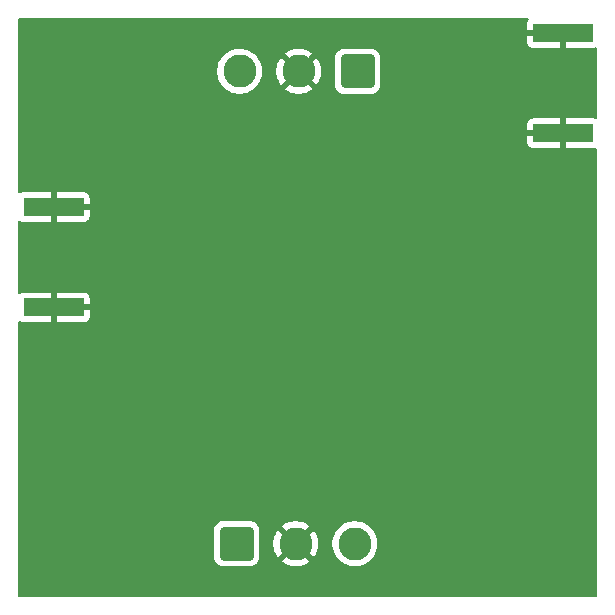
<source format=gbr>
%TF.GenerationSoftware,KiCad,Pcbnew,9.0.6*%
%TF.CreationDate,2025-12-13T21:20:45-05:00*%
%TF.ProjectId,OpAMP,4f70414d-502e-46b6-9963-61645f706362,rev?*%
%TF.SameCoordinates,Original*%
%TF.FileFunction,Copper,L2,Bot*%
%TF.FilePolarity,Positive*%
%FSLAX46Y46*%
G04 Gerber Fmt 4.6, Leading zero omitted, Abs format (unit mm)*
G04 Created by KiCad (PCBNEW 9.0.6) date 2025-12-13 21:20:45*
%MOMM*%
%LPD*%
G01*
G04 APERTURE LIST*
G04 Aperture macros list*
%AMRoundRect*
0 Rectangle with rounded corners*
0 $1 Rounding radius*
0 $2 $3 $4 $5 $6 $7 $8 $9 X,Y pos of 4 corners*
0 Add a 4 corners polygon primitive as box body*
4,1,4,$2,$3,$4,$5,$6,$7,$8,$9,$2,$3,0*
0 Add four circle primitives for the rounded corners*
1,1,$1+$1,$2,$3*
1,1,$1+$1,$4,$5*
1,1,$1+$1,$6,$7*
1,1,$1+$1,$8,$9*
0 Add four rect primitives between the rounded corners*
20,1,$1+$1,$2,$3,$4,$5,0*
20,1,$1+$1,$4,$5,$6,$7,0*
20,1,$1+$1,$6,$7,$8,$9,0*
20,1,$1+$1,$8,$9,$2,$3,0*%
G04 Aperture macros list end*
%TA.AperFunction,SMDPad,CuDef*%
%ADD10R,5.080000X1.500000*%
%TD*%
%TA.AperFunction,ComponentPad*%
%ADD11RoundRect,0.250001X1.149999X1.149999X-1.149999X1.149999X-1.149999X-1.149999X1.149999X-1.149999X0*%
%TD*%
%TA.AperFunction,ComponentPad*%
%ADD12C,2.800000*%
%TD*%
%TA.AperFunction,ComponentPad*%
%ADD13RoundRect,0.250001X-1.149999X-1.149999X1.149999X-1.149999X1.149999X1.149999X-1.149999X1.149999X0*%
%TD*%
%TA.AperFunction,ViaPad*%
%ADD14C,0.600000*%
%TD*%
G04 APERTURE END LIST*
D10*
%TO.P,J2,2,Ext*%
%TO.N,GND*%
X162137500Y-72750000D03*
X162137500Y-64250000D03*
%TD*%
D11*
%TO.P,J4,1,Pin_1*%
%TO.N,Net-(J4-Pin_1)*%
X144750000Y-67500000D03*
D12*
%TO.P,J4,2,Pin_2*%
%TO.N,GND*%
X139750000Y-67500000D03*
%TO.P,J4,3*%
%TO.N,N/C*%
X134750000Y-67500000D03*
%TD*%
D13*
%TO.P,J3,1,Pin_1*%
%TO.N,Net-(J3-Pin_1)*%
X134500000Y-107500000D03*
D12*
%TO.P,J3,2,Pin_2*%
%TO.N,GND*%
X139500000Y-107500000D03*
%TO.P,J3,3*%
%TO.N,N/C*%
X144500000Y-107500000D03*
%TD*%
D10*
%TO.P,J1,2,Ext*%
%TO.N,GND*%
X119000000Y-87500000D03*
X119000000Y-79000000D03*
%TD*%
D14*
%TO.N,GND*%
X157000000Y-67000000D03*
X156500000Y-66000000D03*
X163500000Y-76500000D03*
X161000000Y-75000000D03*
X119500000Y-76500000D03*
X118000000Y-77000000D03*
X120500000Y-89500000D03*
X117500000Y-90000000D03*
X142000000Y-72500000D03*
X138000000Y-72500000D03*
X142500000Y-100000000D03*
X145000000Y-101500000D03*
X119000000Y-90000000D03*
X121000000Y-77000000D03*
X136500000Y-73500000D03*
X144000000Y-100500000D03*
X163000000Y-78000000D03*
X155500000Y-64500000D03*
X161500000Y-80500000D03*
X131000000Y-80500000D03*
X147500000Y-76000000D03*
X130500000Y-100000000D03*
X132500000Y-90000000D03*
X135500000Y-80500000D03*
%TD*%
%TA.AperFunction,Conductor*%
%TO.N,GND*%
G36*
X159166162Y-63020185D02*
G01*
X159211917Y-63072989D01*
X159221861Y-63142147D01*
X159198389Y-63198812D01*
X159154147Y-63257910D01*
X159154145Y-63257913D01*
X159103903Y-63392620D01*
X159103901Y-63392627D01*
X159097500Y-63452155D01*
X159097500Y-64000000D01*
X162013500Y-64000000D01*
X162080539Y-64019685D01*
X162126294Y-64072489D01*
X162137500Y-64124000D01*
X162137500Y-64250000D01*
X162263500Y-64250000D01*
X162330539Y-64269685D01*
X162376294Y-64322489D01*
X162387500Y-64374000D01*
X162387500Y-65500000D01*
X164725328Y-65500000D01*
X164725344Y-65499999D01*
X164784872Y-65493598D01*
X164784880Y-65493596D01*
X164832165Y-65475960D01*
X164901857Y-65470975D01*
X164963180Y-65504459D01*
X164996666Y-65565782D01*
X164999500Y-65592141D01*
X164999500Y-71407858D01*
X164979815Y-71474897D01*
X164927011Y-71520652D01*
X164857853Y-71530596D01*
X164832167Y-71524040D01*
X164784880Y-71506403D01*
X164784872Y-71506401D01*
X164725344Y-71500000D01*
X162387500Y-71500000D01*
X162387500Y-74000000D01*
X164725328Y-74000000D01*
X164725344Y-73999999D01*
X164784872Y-73993598D01*
X164784880Y-73993596D01*
X164832165Y-73975960D01*
X164901857Y-73970975D01*
X164963180Y-74004459D01*
X164996666Y-74065782D01*
X164999500Y-74092141D01*
X164999500Y-111875500D01*
X164979815Y-111942539D01*
X164927011Y-111988294D01*
X164875500Y-111999500D01*
X116124500Y-111999500D01*
X116057461Y-111979815D01*
X116011706Y-111927011D01*
X116000500Y-111875500D01*
X116000500Y-106299984D01*
X132599500Y-106299984D01*
X132599500Y-108700015D01*
X132610000Y-108802795D01*
X132610001Y-108802796D01*
X132665186Y-108969335D01*
X132665187Y-108969337D01*
X132757286Y-109118651D01*
X132757289Y-109118655D01*
X132881344Y-109242710D01*
X132881348Y-109242713D01*
X133030662Y-109334812D01*
X133030664Y-109334813D01*
X133030666Y-109334814D01*
X133197203Y-109389999D01*
X133299992Y-109400500D01*
X133299997Y-109400500D01*
X135700003Y-109400500D01*
X135700008Y-109400500D01*
X135802797Y-109389999D01*
X135969334Y-109334814D01*
X136118655Y-109242711D01*
X136242711Y-109118655D01*
X136334814Y-108969334D01*
X136389999Y-108802797D01*
X136400500Y-108700008D01*
X136400500Y-107375466D01*
X137600000Y-107375466D01*
X137600000Y-107624533D01*
X137632508Y-107871463D01*
X137696973Y-108112049D01*
X137792283Y-108342148D01*
X137792288Y-108342159D01*
X137916813Y-108557841D01*
X137916819Y-108557849D01*
X137991400Y-108655045D01*
X138898958Y-107747487D01*
X138923978Y-107807890D01*
X138995112Y-107914351D01*
X139085649Y-108004888D01*
X139192110Y-108076022D01*
X139252511Y-108101041D01*
X138344953Y-109008598D01*
X138442150Y-109083180D01*
X138442158Y-109083186D01*
X138657840Y-109207711D01*
X138657851Y-109207716D01*
X138887950Y-109303026D01*
X139128536Y-109367491D01*
X139375466Y-109400000D01*
X139624534Y-109400000D01*
X139871463Y-109367491D01*
X140112049Y-109303026D01*
X140342148Y-109207716D01*
X140342159Y-109207711D01*
X140557855Y-109083178D01*
X140655045Y-109008600D01*
X140655045Y-109008597D01*
X139747488Y-108101041D01*
X139807890Y-108076022D01*
X139914351Y-108004888D01*
X140004888Y-107914351D01*
X140076022Y-107807890D01*
X140101041Y-107747489D01*
X141008597Y-108655045D01*
X141008600Y-108655045D01*
X141083178Y-108557855D01*
X141207711Y-108342159D01*
X141207716Y-108342148D01*
X141303026Y-108112049D01*
X141367491Y-107871463D01*
X141400000Y-107624533D01*
X141400000Y-107375466D01*
X141399997Y-107375441D01*
X142599500Y-107375441D01*
X142599500Y-107624558D01*
X142599501Y-107624575D01*
X142632017Y-107871561D01*
X142696498Y-108112207D01*
X142791830Y-108342361D01*
X142791837Y-108342376D01*
X142916400Y-108558126D01*
X143068060Y-108755774D01*
X143068066Y-108755781D01*
X143244218Y-108931933D01*
X143244225Y-108931939D01*
X143441873Y-109083599D01*
X143657623Y-109208162D01*
X143657638Y-109208169D01*
X143756825Y-109249253D01*
X143887793Y-109303502D01*
X144128435Y-109367982D01*
X144375435Y-109400500D01*
X144375442Y-109400500D01*
X144624558Y-109400500D01*
X144624565Y-109400500D01*
X144871565Y-109367982D01*
X145112207Y-109303502D01*
X145342373Y-109208164D01*
X145558127Y-109083599D01*
X145755776Y-108931938D01*
X145931938Y-108755776D01*
X146083599Y-108558127D01*
X146208164Y-108342373D01*
X146303502Y-108112207D01*
X146367982Y-107871565D01*
X146400500Y-107624565D01*
X146400500Y-107375435D01*
X146367982Y-107128435D01*
X146303502Y-106887793D01*
X146208257Y-106657851D01*
X146208169Y-106657638D01*
X146208162Y-106657623D01*
X146083599Y-106441873D01*
X145931939Y-106244225D01*
X145931933Y-106244218D01*
X145755781Y-106068066D01*
X145755774Y-106068060D01*
X145558126Y-105916400D01*
X145342376Y-105791837D01*
X145342361Y-105791830D01*
X145112207Y-105696498D01*
X144995349Y-105665186D01*
X144871565Y-105632018D01*
X144871564Y-105632017D01*
X144871561Y-105632017D01*
X144624575Y-105599501D01*
X144624570Y-105599500D01*
X144624565Y-105599500D01*
X144375435Y-105599500D01*
X144375429Y-105599500D01*
X144375424Y-105599501D01*
X144128438Y-105632017D01*
X143887792Y-105696498D01*
X143657638Y-105791830D01*
X143657623Y-105791837D01*
X143441873Y-105916400D01*
X143244225Y-106068060D01*
X143244218Y-106068066D01*
X143068066Y-106244218D01*
X143068060Y-106244225D01*
X142916400Y-106441873D01*
X142791837Y-106657623D01*
X142791830Y-106657638D01*
X142696498Y-106887792D01*
X142632017Y-107128438D01*
X142599501Y-107375424D01*
X142599500Y-107375441D01*
X141399997Y-107375441D01*
X141367491Y-107128536D01*
X141303026Y-106887950D01*
X141207716Y-106657851D01*
X141207711Y-106657840D01*
X141083186Y-106442158D01*
X141083180Y-106442150D01*
X141008598Y-106344953D01*
X140101041Y-107252510D01*
X140076022Y-107192110D01*
X140004888Y-107085649D01*
X139914351Y-106995112D01*
X139807890Y-106923978D01*
X139747487Y-106898957D01*
X140655045Y-105991400D01*
X140557849Y-105916819D01*
X140557841Y-105916813D01*
X140342159Y-105792288D01*
X140342148Y-105792283D01*
X140112049Y-105696973D01*
X139871463Y-105632508D01*
X139624534Y-105600000D01*
X139375466Y-105600000D01*
X139128536Y-105632508D01*
X138887950Y-105696973D01*
X138657851Y-105792283D01*
X138657847Y-105792285D01*
X138442143Y-105916823D01*
X138344953Y-105991399D01*
X138344953Y-105991400D01*
X139252511Y-106898958D01*
X139192110Y-106923978D01*
X139085649Y-106995112D01*
X138995112Y-107085649D01*
X138923978Y-107192110D01*
X138898958Y-107252511D01*
X137991400Y-106344953D01*
X137991399Y-106344953D01*
X137916823Y-106442143D01*
X137792285Y-106657847D01*
X137792283Y-106657851D01*
X137696973Y-106887950D01*
X137632508Y-107128536D01*
X137600000Y-107375466D01*
X136400500Y-107375466D01*
X136400500Y-106299992D01*
X136389999Y-106197203D01*
X136334814Y-106030666D01*
X136310594Y-105991400D01*
X136242713Y-105881348D01*
X136242710Y-105881344D01*
X136118655Y-105757289D01*
X136118651Y-105757286D01*
X135969337Y-105665187D01*
X135969335Y-105665186D01*
X135886065Y-105637593D01*
X135802797Y-105610001D01*
X135802795Y-105610000D01*
X135700015Y-105599500D01*
X135700008Y-105599500D01*
X133299992Y-105599500D01*
X133299984Y-105599500D01*
X133197204Y-105610000D01*
X133197203Y-105610001D01*
X133030664Y-105665186D01*
X133030662Y-105665187D01*
X132881348Y-105757286D01*
X132881344Y-105757289D01*
X132757289Y-105881344D01*
X132757286Y-105881348D01*
X132665187Y-106030662D01*
X132665186Y-106030664D01*
X132610001Y-106197203D01*
X132610000Y-106197204D01*
X132599500Y-106299984D01*
X116000500Y-106299984D01*
X116000500Y-88778321D01*
X116020185Y-88711282D01*
X116072989Y-88665527D01*
X116142147Y-88655583D01*
X116198813Y-88679056D01*
X116217909Y-88693352D01*
X116217913Y-88693354D01*
X116352620Y-88743596D01*
X116352627Y-88743598D01*
X116412155Y-88749999D01*
X116412172Y-88750000D01*
X118750000Y-88750000D01*
X119250000Y-88750000D01*
X121587828Y-88750000D01*
X121587844Y-88749999D01*
X121647372Y-88743598D01*
X121647379Y-88743596D01*
X121782086Y-88693354D01*
X121782093Y-88693350D01*
X121897187Y-88607190D01*
X121897190Y-88607187D01*
X121983350Y-88492093D01*
X121983354Y-88492086D01*
X122033596Y-88357379D01*
X122033598Y-88357372D01*
X122039999Y-88297844D01*
X122040000Y-88297827D01*
X122040000Y-87750000D01*
X119250000Y-87750000D01*
X119250000Y-88750000D01*
X118750000Y-88750000D01*
X118750000Y-87250000D01*
X119250000Y-87250000D01*
X122040000Y-87250000D01*
X122040000Y-86702172D01*
X122039999Y-86702155D01*
X122033598Y-86642627D01*
X122033596Y-86642620D01*
X121983354Y-86507913D01*
X121983350Y-86507906D01*
X121897190Y-86392812D01*
X121897187Y-86392809D01*
X121782093Y-86306649D01*
X121782086Y-86306645D01*
X121647379Y-86256403D01*
X121647372Y-86256401D01*
X121587844Y-86250000D01*
X119250000Y-86250000D01*
X119250000Y-87250000D01*
X118750000Y-87250000D01*
X118750000Y-86250000D01*
X116412155Y-86250000D01*
X116352627Y-86256401D01*
X116352620Y-86256403D01*
X116217913Y-86306645D01*
X116217906Y-86306649D01*
X116198810Y-86320945D01*
X116133346Y-86345362D01*
X116065073Y-86330510D01*
X116015668Y-86281105D01*
X116000500Y-86221678D01*
X116000500Y-80278321D01*
X116020185Y-80211282D01*
X116072989Y-80165527D01*
X116142147Y-80155583D01*
X116198813Y-80179056D01*
X116217909Y-80193352D01*
X116217913Y-80193354D01*
X116352620Y-80243596D01*
X116352627Y-80243598D01*
X116412155Y-80249999D01*
X116412172Y-80250000D01*
X118750000Y-80250000D01*
X119250000Y-80250000D01*
X121587828Y-80250000D01*
X121587844Y-80249999D01*
X121647372Y-80243598D01*
X121647379Y-80243596D01*
X121782086Y-80193354D01*
X121782093Y-80193350D01*
X121897187Y-80107190D01*
X121897190Y-80107187D01*
X121983350Y-79992093D01*
X121983354Y-79992086D01*
X122033596Y-79857379D01*
X122033598Y-79857372D01*
X122039999Y-79797844D01*
X122040000Y-79797827D01*
X122040000Y-79250000D01*
X119250000Y-79250000D01*
X119250000Y-80250000D01*
X118750000Y-80250000D01*
X118750000Y-78750000D01*
X119250000Y-78750000D01*
X122040000Y-78750000D01*
X122040000Y-78202172D01*
X122039999Y-78202155D01*
X122033598Y-78142627D01*
X122033596Y-78142620D01*
X121983354Y-78007913D01*
X121983350Y-78007906D01*
X121897190Y-77892812D01*
X121897187Y-77892809D01*
X121782093Y-77806649D01*
X121782086Y-77806645D01*
X121647379Y-77756403D01*
X121647372Y-77756401D01*
X121587844Y-77750000D01*
X119250000Y-77750000D01*
X119250000Y-78750000D01*
X118750000Y-78750000D01*
X118750000Y-77750000D01*
X116412155Y-77750000D01*
X116352627Y-77756401D01*
X116352620Y-77756403D01*
X116217913Y-77806645D01*
X116217906Y-77806649D01*
X116198810Y-77820945D01*
X116133346Y-77845362D01*
X116065073Y-77830510D01*
X116015668Y-77781105D01*
X116000500Y-77721678D01*
X116000500Y-73547844D01*
X159097500Y-73547844D01*
X159103901Y-73607372D01*
X159103903Y-73607379D01*
X159154145Y-73742086D01*
X159154149Y-73742093D01*
X159240309Y-73857187D01*
X159240312Y-73857190D01*
X159355406Y-73943350D01*
X159355413Y-73943354D01*
X159490120Y-73993596D01*
X159490127Y-73993598D01*
X159549655Y-73999999D01*
X159549672Y-74000000D01*
X161887500Y-74000000D01*
X161887500Y-73000000D01*
X159097500Y-73000000D01*
X159097500Y-73547844D01*
X116000500Y-73547844D01*
X116000500Y-71952155D01*
X159097500Y-71952155D01*
X159097500Y-72500000D01*
X161887500Y-72500000D01*
X161887500Y-71500000D01*
X159549655Y-71500000D01*
X159490127Y-71506401D01*
X159490120Y-71506403D01*
X159355413Y-71556645D01*
X159355406Y-71556649D01*
X159240312Y-71642809D01*
X159240309Y-71642812D01*
X159154149Y-71757906D01*
X159154145Y-71757913D01*
X159103903Y-71892620D01*
X159103901Y-71892627D01*
X159097500Y-71952155D01*
X116000500Y-71952155D01*
X116000500Y-67375441D01*
X132849500Y-67375441D01*
X132849500Y-67624558D01*
X132849501Y-67624575D01*
X132882017Y-67871561D01*
X132946498Y-68112207D01*
X133041830Y-68342361D01*
X133041837Y-68342376D01*
X133166400Y-68558126D01*
X133318060Y-68755774D01*
X133318066Y-68755781D01*
X133494218Y-68931933D01*
X133494225Y-68931939D01*
X133691873Y-69083599D01*
X133907623Y-69208162D01*
X133907638Y-69208169D01*
X134006825Y-69249253D01*
X134137793Y-69303502D01*
X134378435Y-69367982D01*
X134625435Y-69400500D01*
X134625442Y-69400500D01*
X134874558Y-69400500D01*
X134874565Y-69400500D01*
X135121565Y-69367982D01*
X135362207Y-69303502D01*
X135592373Y-69208164D01*
X135808127Y-69083599D01*
X136005776Y-68931938D01*
X136005781Y-68931933D01*
X136064750Y-68872965D01*
X136181933Y-68755781D01*
X136181938Y-68755776D01*
X136333599Y-68558127D01*
X136458164Y-68342373D01*
X136553502Y-68112207D01*
X136617982Y-67871565D01*
X136650500Y-67624565D01*
X136650500Y-67375466D01*
X137850000Y-67375466D01*
X137850000Y-67624533D01*
X137882508Y-67871463D01*
X137946973Y-68112049D01*
X138042283Y-68342148D01*
X138042288Y-68342159D01*
X138166813Y-68557841D01*
X138166819Y-68557849D01*
X138241400Y-68655045D01*
X139148958Y-67747487D01*
X139173978Y-67807890D01*
X139245112Y-67914351D01*
X139335649Y-68004888D01*
X139442110Y-68076022D01*
X139502511Y-68101041D01*
X138594953Y-69008598D01*
X138692150Y-69083180D01*
X138692158Y-69083186D01*
X138907840Y-69207711D01*
X138907851Y-69207716D01*
X139137950Y-69303026D01*
X139378536Y-69367491D01*
X139625466Y-69400000D01*
X139874534Y-69400000D01*
X140121463Y-69367491D01*
X140362049Y-69303026D01*
X140592148Y-69207716D01*
X140592159Y-69207711D01*
X140807855Y-69083178D01*
X140905045Y-69008600D01*
X140905045Y-69008597D01*
X139997488Y-68101041D01*
X140057890Y-68076022D01*
X140164351Y-68004888D01*
X140254888Y-67914351D01*
X140326022Y-67807890D01*
X140351041Y-67747489D01*
X141258597Y-68655045D01*
X141258600Y-68655045D01*
X141333178Y-68557855D01*
X141457711Y-68342159D01*
X141457716Y-68342148D01*
X141553026Y-68112049D01*
X141617491Y-67871463D01*
X141650000Y-67624533D01*
X141650000Y-67375466D01*
X141617491Y-67128536D01*
X141553026Y-66887950D01*
X141457716Y-66657851D01*
X141457711Y-66657840D01*
X141333186Y-66442158D01*
X141333174Y-66442140D01*
X141279600Y-66372322D01*
X141279599Y-66372321D01*
X141258598Y-66344953D01*
X140351041Y-67252510D01*
X140326022Y-67192110D01*
X140254888Y-67085649D01*
X140164351Y-66995112D01*
X140057890Y-66923978D01*
X139997487Y-66898957D01*
X140596461Y-66299984D01*
X142849500Y-66299984D01*
X142849500Y-68700015D01*
X142860000Y-68802795D01*
X142860001Y-68802796D01*
X142915186Y-68969335D01*
X142915187Y-68969337D01*
X143007286Y-69118651D01*
X143007289Y-69118655D01*
X143131344Y-69242710D01*
X143131348Y-69242713D01*
X143280662Y-69334812D01*
X143280664Y-69334813D01*
X143280666Y-69334814D01*
X143447203Y-69389999D01*
X143549992Y-69400500D01*
X143549997Y-69400500D01*
X145950003Y-69400500D01*
X145950008Y-69400500D01*
X146052797Y-69389999D01*
X146219334Y-69334814D01*
X146368655Y-69242711D01*
X146492711Y-69118655D01*
X146584814Y-68969334D01*
X146639999Y-68802797D01*
X146650500Y-68700008D01*
X146650500Y-66299992D01*
X146639999Y-66197203D01*
X146584814Y-66030666D01*
X146560594Y-65991400D01*
X146492713Y-65881348D01*
X146492710Y-65881344D01*
X146368655Y-65757289D01*
X146368651Y-65757286D01*
X146219337Y-65665187D01*
X146219335Y-65665186D01*
X146136065Y-65637593D01*
X146052797Y-65610001D01*
X146052795Y-65610000D01*
X145950015Y-65599500D01*
X145950008Y-65599500D01*
X143549992Y-65599500D01*
X143549984Y-65599500D01*
X143447204Y-65610000D01*
X143447203Y-65610001D01*
X143280664Y-65665186D01*
X143280662Y-65665187D01*
X143131348Y-65757286D01*
X143131344Y-65757289D01*
X143007289Y-65881344D01*
X143007286Y-65881348D01*
X142915187Y-66030662D01*
X142915186Y-66030664D01*
X142860001Y-66197203D01*
X142860000Y-66197204D01*
X142849500Y-66299984D01*
X140596461Y-66299984D01*
X140905045Y-65991400D01*
X140807849Y-65916819D01*
X140807841Y-65916813D01*
X140592159Y-65792288D01*
X140592148Y-65792283D01*
X140362049Y-65696973D01*
X140121463Y-65632508D01*
X139874534Y-65600000D01*
X139625466Y-65600000D01*
X139378536Y-65632508D01*
X139137950Y-65696973D01*
X138907851Y-65792283D01*
X138907847Y-65792285D01*
X138692143Y-65916823D01*
X138594953Y-65991399D01*
X138594953Y-65991400D01*
X139502511Y-66898958D01*
X139442110Y-66923978D01*
X139335649Y-66995112D01*
X139245112Y-67085649D01*
X139173978Y-67192110D01*
X139148958Y-67252511D01*
X138241400Y-66344953D01*
X138241399Y-66344953D01*
X138166823Y-66442143D01*
X138042285Y-66657847D01*
X138042283Y-66657851D01*
X137946973Y-66887950D01*
X137882508Y-67128536D01*
X137850000Y-67375466D01*
X136650500Y-67375466D01*
X136650500Y-67375435D01*
X136617982Y-67128435D01*
X136553502Y-66887793D01*
X136458257Y-66657851D01*
X136458169Y-66657638D01*
X136458162Y-66657623D01*
X136333599Y-66441873D01*
X136181939Y-66244225D01*
X136181933Y-66244218D01*
X136005781Y-66068066D01*
X136005774Y-66068060D01*
X135808126Y-65916400D01*
X135592376Y-65791837D01*
X135592361Y-65791830D01*
X135362207Y-65696498D01*
X135245349Y-65665186D01*
X135121565Y-65632018D01*
X135121564Y-65632017D01*
X135121561Y-65632017D01*
X134874575Y-65599501D01*
X134874570Y-65599500D01*
X134874565Y-65599500D01*
X134625435Y-65599500D01*
X134625429Y-65599500D01*
X134625424Y-65599501D01*
X134378438Y-65632017D01*
X134137792Y-65696498D01*
X133907638Y-65791830D01*
X133907623Y-65791837D01*
X133691873Y-65916400D01*
X133494225Y-66068060D01*
X133494218Y-66068066D01*
X133318066Y-66244218D01*
X133318060Y-66244225D01*
X133166400Y-66441873D01*
X133041837Y-66657623D01*
X133041830Y-66657638D01*
X132946498Y-66887792D01*
X132882017Y-67128438D01*
X132849501Y-67375424D01*
X132849500Y-67375441D01*
X116000500Y-67375441D01*
X116000500Y-65047844D01*
X159097500Y-65047844D01*
X159103901Y-65107372D01*
X159103903Y-65107379D01*
X159154145Y-65242086D01*
X159154149Y-65242093D01*
X159240309Y-65357187D01*
X159240312Y-65357190D01*
X159355406Y-65443350D01*
X159355413Y-65443354D01*
X159490120Y-65493596D01*
X159490127Y-65493598D01*
X159549655Y-65499999D01*
X159549672Y-65500000D01*
X161887500Y-65500000D01*
X161887500Y-64500000D01*
X159097500Y-64500000D01*
X159097500Y-65047844D01*
X116000500Y-65047844D01*
X116000500Y-63124500D01*
X116020185Y-63057461D01*
X116072989Y-63011706D01*
X116124500Y-63000500D01*
X159099123Y-63000500D01*
X159166162Y-63020185D01*
G37*
%TD.AperFunction*%
%TD*%
M02*

</source>
